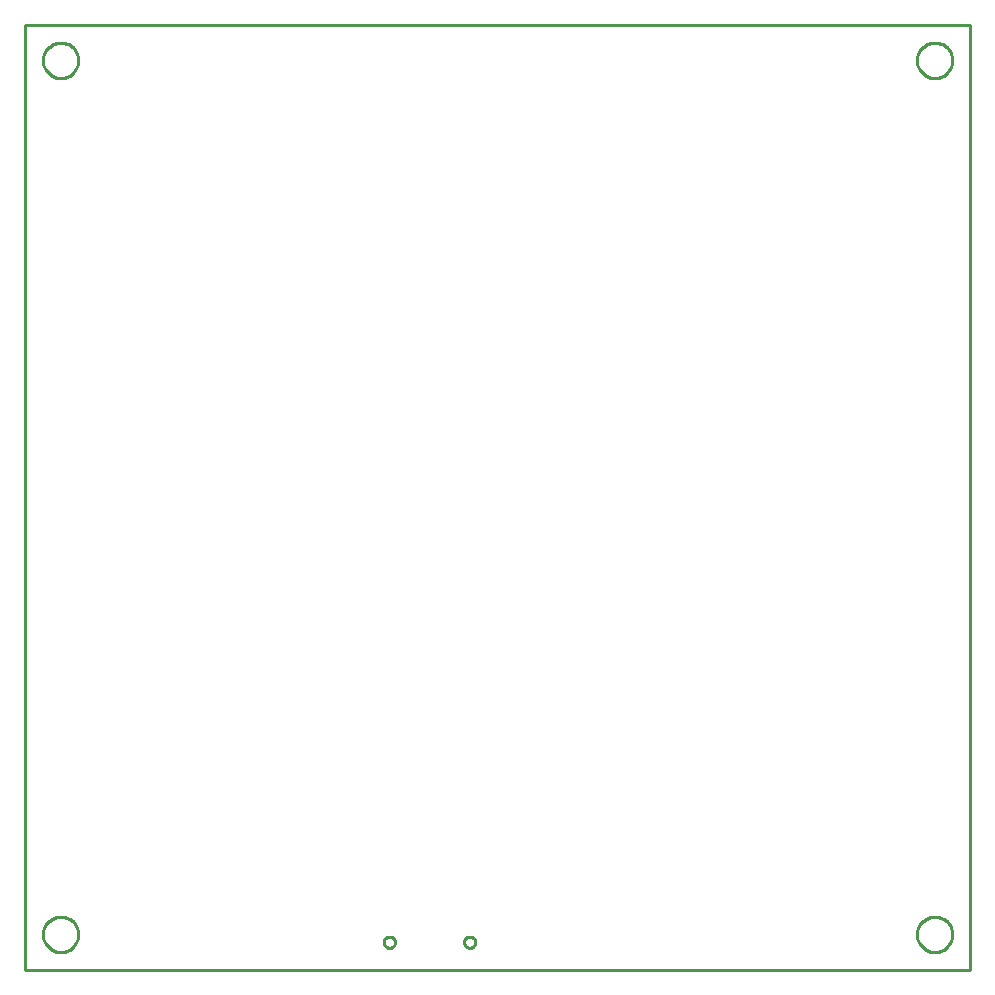
<source format=gbr>
G04 EAGLE Gerber RS-274X export*
G75*
%MOMM*%
%FSLAX34Y34*%
%LPD*%
%IN*%
%IPPOS*%
%AMOC8*
5,1,8,0,0,1.08239X$1,22.5*%
G01*
%ADD10C,0.254000*%


D10*
X0Y0D02*
X800000Y0D01*
X800000Y800000D01*
X0Y800000D01*
X0Y0D01*
X303580Y23153D02*
X303621Y22740D01*
X303698Y22332D01*
X303811Y21933D01*
X303958Y21545D01*
X304138Y21171D01*
X304350Y20814D01*
X304592Y20477D01*
X304863Y20162D01*
X305160Y19872D01*
X305481Y19610D01*
X305824Y19376D01*
X306186Y19173D01*
X306564Y19002D01*
X306956Y18865D01*
X307358Y18763D01*
X307768Y18696D01*
X308182Y18665D01*
X308597Y18670D01*
X309010Y18711D01*
X309418Y18788D01*
X309817Y18901D01*
X310205Y19047D01*
X310579Y19227D01*
X310936Y19439D01*
X311273Y19682D01*
X311588Y19952D01*
X311877Y20250D01*
X312140Y20571D01*
X312374Y20914D01*
X312577Y21276D01*
X312748Y21654D01*
X312885Y22046D01*
X312987Y22448D01*
X313054Y22858D01*
X313080Y23153D01*
X313080Y23687D01*
X313039Y24100D01*
X312962Y24508D01*
X312849Y24907D01*
X312702Y25296D01*
X312522Y25669D01*
X312310Y26026D01*
X312068Y26363D01*
X311797Y26678D01*
X311500Y26968D01*
X311179Y27230D01*
X310836Y27464D01*
X310474Y27667D01*
X310096Y27838D01*
X309704Y27975D01*
X309302Y28077D01*
X308892Y28144D01*
X308478Y28175D01*
X308063Y28170D01*
X307650Y28129D01*
X307242Y28052D01*
X306843Y27939D01*
X306455Y27793D01*
X306081Y27612D01*
X305724Y27401D01*
X305387Y27158D01*
X305072Y26888D01*
X304783Y26590D01*
X304520Y26269D01*
X304286Y25926D01*
X304083Y25564D01*
X303912Y25186D01*
X303775Y24794D01*
X303673Y24392D01*
X303606Y23982D01*
X303580Y23687D01*
X303580Y23153D01*
X371580Y23153D02*
X371621Y22740D01*
X371698Y22332D01*
X371811Y21933D01*
X371958Y21545D01*
X372138Y21171D01*
X372350Y20814D01*
X372592Y20477D01*
X372863Y20162D01*
X373160Y19872D01*
X373481Y19610D01*
X373824Y19376D01*
X374186Y19173D01*
X374564Y19002D01*
X374956Y18865D01*
X375358Y18763D01*
X375768Y18696D01*
X376182Y18665D01*
X376597Y18670D01*
X377010Y18711D01*
X377418Y18788D01*
X377817Y18901D01*
X378205Y19047D01*
X378579Y19227D01*
X378936Y19439D01*
X379273Y19682D01*
X379588Y19952D01*
X379877Y20250D01*
X380140Y20571D01*
X380374Y20914D01*
X380577Y21276D01*
X380748Y21654D01*
X380885Y22046D01*
X380987Y22448D01*
X381054Y22858D01*
X381080Y23153D01*
X381080Y23687D01*
X381039Y24100D01*
X380962Y24508D01*
X380849Y24907D01*
X380702Y25296D01*
X380522Y25669D01*
X380310Y26026D01*
X380068Y26363D01*
X379797Y26678D01*
X379500Y26968D01*
X379179Y27230D01*
X378836Y27464D01*
X378474Y27667D01*
X378096Y27838D01*
X377704Y27975D01*
X377302Y28077D01*
X376892Y28144D01*
X376478Y28175D01*
X376063Y28170D01*
X375650Y28129D01*
X375242Y28052D01*
X374843Y27939D01*
X374455Y27793D01*
X374081Y27612D01*
X373724Y27401D01*
X373387Y27158D01*
X373072Y26888D01*
X372783Y26590D01*
X372520Y26269D01*
X372286Y25926D01*
X372083Y25564D01*
X371912Y25186D01*
X371775Y24794D01*
X371673Y24392D01*
X371606Y23982D01*
X371580Y23687D01*
X371580Y23153D01*
X785000Y29464D02*
X784924Y28396D01*
X784771Y27335D01*
X784543Y26288D01*
X784241Y25260D01*
X783867Y24256D01*
X783422Y23281D01*
X782908Y22341D01*
X782329Y21440D01*
X781687Y20582D01*
X780985Y19772D01*
X780228Y19015D01*
X779418Y18313D01*
X778560Y17671D01*
X777659Y17092D01*
X776719Y16578D01*
X775744Y16133D01*
X774740Y15759D01*
X773712Y15457D01*
X772665Y15229D01*
X771604Y15076D01*
X770536Y15000D01*
X769464Y15000D01*
X768396Y15076D01*
X767335Y15229D01*
X766288Y15457D01*
X765260Y15759D01*
X764256Y16133D01*
X763281Y16578D01*
X762341Y17092D01*
X761440Y17671D01*
X760582Y18313D01*
X759772Y19015D01*
X759015Y19772D01*
X758313Y20582D01*
X757671Y21440D01*
X757092Y22341D01*
X756578Y23281D01*
X756133Y24256D01*
X755759Y25260D01*
X755457Y26288D01*
X755229Y27335D01*
X755076Y28396D01*
X755000Y29464D01*
X755000Y30536D01*
X755076Y31604D01*
X755229Y32665D01*
X755457Y33712D01*
X755759Y34740D01*
X756133Y35744D01*
X756578Y36719D01*
X757092Y37659D01*
X757671Y38560D01*
X758313Y39418D01*
X759015Y40228D01*
X759772Y40985D01*
X760582Y41687D01*
X761440Y42329D01*
X762341Y42908D01*
X763281Y43422D01*
X764256Y43867D01*
X765260Y44241D01*
X766288Y44543D01*
X767335Y44771D01*
X768396Y44924D01*
X769464Y45000D01*
X770536Y45000D01*
X771604Y44924D01*
X772665Y44771D01*
X773712Y44543D01*
X774740Y44241D01*
X775744Y43867D01*
X776719Y43422D01*
X777659Y42908D01*
X778560Y42329D01*
X779418Y41687D01*
X780228Y40985D01*
X780985Y40228D01*
X781687Y39418D01*
X782329Y38560D01*
X782908Y37659D01*
X783422Y36719D01*
X783867Y35744D01*
X784241Y34740D01*
X784543Y33712D01*
X784771Y32665D01*
X784924Y31604D01*
X785000Y30536D01*
X785000Y29464D01*
X45000Y29464D02*
X44924Y28396D01*
X44771Y27335D01*
X44543Y26288D01*
X44241Y25260D01*
X43867Y24256D01*
X43422Y23281D01*
X42908Y22341D01*
X42329Y21440D01*
X41687Y20582D01*
X40985Y19772D01*
X40228Y19015D01*
X39418Y18313D01*
X38560Y17671D01*
X37659Y17092D01*
X36719Y16578D01*
X35744Y16133D01*
X34740Y15759D01*
X33712Y15457D01*
X32665Y15229D01*
X31604Y15076D01*
X30536Y15000D01*
X29464Y15000D01*
X28396Y15076D01*
X27335Y15229D01*
X26288Y15457D01*
X25260Y15759D01*
X24256Y16133D01*
X23281Y16578D01*
X22341Y17092D01*
X21440Y17671D01*
X20582Y18313D01*
X19772Y19015D01*
X19015Y19772D01*
X18313Y20582D01*
X17671Y21440D01*
X17092Y22341D01*
X16578Y23281D01*
X16133Y24256D01*
X15759Y25260D01*
X15457Y26288D01*
X15229Y27335D01*
X15076Y28396D01*
X15000Y29464D01*
X15000Y30536D01*
X15076Y31604D01*
X15229Y32665D01*
X15457Y33712D01*
X15759Y34740D01*
X16133Y35744D01*
X16578Y36719D01*
X17092Y37659D01*
X17671Y38560D01*
X18313Y39418D01*
X19015Y40228D01*
X19772Y40985D01*
X20582Y41687D01*
X21440Y42329D01*
X22341Y42908D01*
X23281Y43422D01*
X24256Y43867D01*
X25260Y44241D01*
X26288Y44543D01*
X27335Y44771D01*
X28396Y44924D01*
X29464Y45000D01*
X30536Y45000D01*
X31604Y44924D01*
X32665Y44771D01*
X33712Y44543D01*
X34740Y44241D01*
X35744Y43867D01*
X36719Y43422D01*
X37659Y42908D01*
X38560Y42329D01*
X39418Y41687D01*
X40228Y40985D01*
X40985Y40228D01*
X41687Y39418D01*
X42329Y38560D01*
X42908Y37659D01*
X43422Y36719D01*
X43867Y35744D01*
X44241Y34740D01*
X44543Y33712D01*
X44771Y32665D01*
X44924Y31604D01*
X45000Y30536D01*
X45000Y29464D01*
X45000Y769464D02*
X44924Y768396D01*
X44771Y767335D01*
X44543Y766288D01*
X44241Y765260D01*
X43867Y764256D01*
X43422Y763281D01*
X42908Y762341D01*
X42329Y761440D01*
X41687Y760582D01*
X40985Y759772D01*
X40228Y759015D01*
X39418Y758313D01*
X38560Y757671D01*
X37659Y757092D01*
X36719Y756578D01*
X35744Y756133D01*
X34740Y755759D01*
X33712Y755457D01*
X32665Y755229D01*
X31604Y755076D01*
X30536Y755000D01*
X29464Y755000D01*
X28396Y755076D01*
X27335Y755229D01*
X26288Y755457D01*
X25260Y755759D01*
X24256Y756133D01*
X23281Y756578D01*
X22341Y757092D01*
X21440Y757671D01*
X20582Y758313D01*
X19772Y759015D01*
X19015Y759772D01*
X18313Y760582D01*
X17671Y761440D01*
X17092Y762341D01*
X16578Y763281D01*
X16133Y764256D01*
X15759Y765260D01*
X15457Y766288D01*
X15229Y767335D01*
X15076Y768396D01*
X15000Y769464D01*
X15000Y770536D01*
X15076Y771604D01*
X15229Y772665D01*
X15457Y773712D01*
X15759Y774740D01*
X16133Y775744D01*
X16578Y776719D01*
X17092Y777659D01*
X17671Y778560D01*
X18313Y779418D01*
X19015Y780228D01*
X19772Y780985D01*
X20582Y781687D01*
X21440Y782329D01*
X22341Y782908D01*
X23281Y783422D01*
X24256Y783867D01*
X25260Y784241D01*
X26288Y784543D01*
X27335Y784771D01*
X28396Y784924D01*
X29464Y785000D01*
X30536Y785000D01*
X31604Y784924D01*
X32665Y784771D01*
X33712Y784543D01*
X34740Y784241D01*
X35744Y783867D01*
X36719Y783422D01*
X37659Y782908D01*
X38560Y782329D01*
X39418Y781687D01*
X40228Y780985D01*
X40985Y780228D01*
X41687Y779418D01*
X42329Y778560D01*
X42908Y777659D01*
X43422Y776719D01*
X43867Y775744D01*
X44241Y774740D01*
X44543Y773712D01*
X44771Y772665D01*
X44924Y771604D01*
X45000Y770536D01*
X45000Y769464D01*
X785000Y769464D02*
X784924Y768396D01*
X784771Y767335D01*
X784543Y766288D01*
X784241Y765260D01*
X783867Y764256D01*
X783422Y763281D01*
X782908Y762341D01*
X782329Y761440D01*
X781687Y760582D01*
X780985Y759772D01*
X780228Y759015D01*
X779418Y758313D01*
X778560Y757671D01*
X777659Y757092D01*
X776719Y756578D01*
X775744Y756133D01*
X774740Y755759D01*
X773712Y755457D01*
X772665Y755229D01*
X771604Y755076D01*
X770536Y755000D01*
X769464Y755000D01*
X768396Y755076D01*
X767335Y755229D01*
X766288Y755457D01*
X765260Y755759D01*
X764256Y756133D01*
X763281Y756578D01*
X762341Y757092D01*
X761440Y757671D01*
X760582Y758313D01*
X759772Y759015D01*
X759015Y759772D01*
X758313Y760582D01*
X757671Y761440D01*
X757092Y762341D01*
X756578Y763281D01*
X756133Y764256D01*
X755759Y765260D01*
X755457Y766288D01*
X755229Y767335D01*
X755076Y768396D01*
X755000Y769464D01*
X755000Y770536D01*
X755076Y771604D01*
X755229Y772665D01*
X755457Y773712D01*
X755759Y774740D01*
X756133Y775744D01*
X756578Y776719D01*
X757092Y777659D01*
X757671Y778560D01*
X758313Y779418D01*
X759015Y780228D01*
X759772Y780985D01*
X760582Y781687D01*
X761440Y782329D01*
X762341Y782908D01*
X763281Y783422D01*
X764256Y783867D01*
X765260Y784241D01*
X766288Y784543D01*
X767335Y784771D01*
X768396Y784924D01*
X769464Y785000D01*
X770536Y785000D01*
X771604Y784924D01*
X772665Y784771D01*
X773712Y784543D01*
X774740Y784241D01*
X775744Y783867D01*
X776719Y783422D01*
X777659Y782908D01*
X778560Y782329D01*
X779418Y781687D01*
X780228Y780985D01*
X780985Y780228D01*
X781687Y779418D01*
X782329Y778560D01*
X782908Y777659D01*
X783422Y776719D01*
X783867Y775744D01*
X784241Y774740D01*
X784543Y773712D01*
X784771Y772665D01*
X784924Y771604D01*
X785000Y770536D01*
X785000Y769464D01*
X313080Y23153D02*
X313020Y22623D01*
X312902Y22103D01*
X312725Y21599D01*
X312494Y21119D01*
X312210Y20667D01*
X311877Y20250D01*
X311500Y19873D01*
X311083Y19540D01*
X310631Y19256D01*
X310151Y19025D01*
X309647Y18848D01*
X309127Y18730D01*
X308597Y18670D01*
X308063Y18670D01*
X307533Y18730D01*
X307013Y18848D01*
X306509Y19025D01*
X306029Y19256D01*
X305577Y19540D01*
X305160Y19873D01*
X304783Y20250D01*
X304450Y20667D01*
X304166Y21119D01*
X303935Y21599D01*
X303758Y22103D01*
X303640Y22623D01*
X303580Y23153D01*
X303580Y23687D01*
X303640Y24217D01*
X303758Y24737D01*
X303935Y25241D01*
X304166Y25721D01*
X304450Y26173D01*
X304783Y26590D01*
X305160Y26967D01*
X305577Y27300D01*
X306029Y27584D01*
X306509Y27815D01*
X307013Y27992D01*
X307533Y28110D01*
X308063Y28170D01*
X308597Y28170D01*
X309127Y28110D01*
X309647Y27992D01*
X310151Y27815D01*
X310631Y27584D01*
X311083Y27300D01*
X311500Y26967D01*
X311877Y26590D01*
X312210Y26173D01*
X312494Y25721D01*
X312725Y25241D01*
X312902Y24737D01*
X313020Y24217D01*
X313080Y23687D01*
X313080Y23153D01*
X381080Y23153D02*
X381020Y22623D01*
X380902Y22103D01*
X380725Y21599D01*
X380494Y21119D01*
X380210Y20667D01*
X379877Y20250D01*
X379500Y19873D01*
X379083Y19540D01*
X378631Y19256D01*
X378151Y19025D01*
X377647Y18848D01*
X377127Y18730D01*
X376597Y18670D01*
X376063Y18670D01*
X375533Y18730D01*
X375013Y18848D01*
X374509Y19025D01*
X374029Y19256D01*
X373577Y19540D01*
X373160Y19873D01*
X372783Y20250D01*
X372450Y20667D01*
X372166Y21119D01*
X371935Y21599D01*
X371758Y22103D01*
X371640Y22623D01*
X371580Y23153D01*
X371580Y23687D01*
X371640Y24217D01*
X371758Y24737D01*
X371935Y25241D01*
X372166Y25721D01*
X372450Y26173D01*
X372783Y26590D01*
X373160Y26967D01*
X373577Y27300D01*
X374029Y27584D01*
X374509Y27815D01*
X375013Y27992D01*
X375533Y28110D01*
X376063Y28170D01*
X376597Y28170D01*
X377127Y28110D01*
X377647Y27992D01*
X378151Y27815D01*
X378631Y27584D01*
X379083Y27300D01*
X379500Y26967D01*
X379877Y26590D01*
X380210Y26173D01*
X380494Y25721D01*
X380725Y25241D01*
X380902Y24737D01*
X381020Y24217D01*
X381080Y23687D01*
X381080Y23153D01*
M02*

</source>
